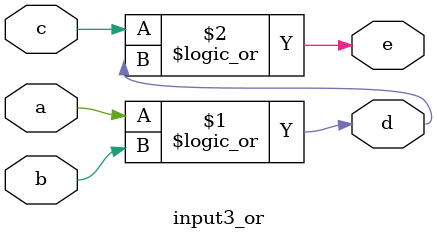
<source format=v>
`timescale 1ns / 1ps

module input3_or(
    input a,
    input b,
    input c,
    output d,
    output e 
    );
    
assign d = a||b;
assign e = c||d;

endmodule

</source>
